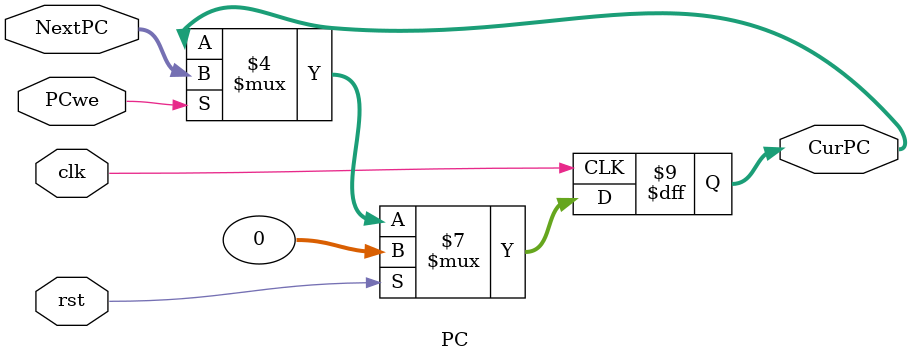
<source format=v>
`timescale 1ns / 1ps


module PC(
       input clk,rst,
       input PCwe,             //PCWrite | (PCWriteCond & zero)
       //input [1:0] PCSrc,             //Êý¾ÝÑ¡ÔñÆ÷ÊäÈë
       input [31:0] NextPC,  //ÐÂÖ¸ÁîµØÖ·
       output reg [31:0] CurPC //µ±Ç°Ö¸ÁîµÄµØÖ·
    );

    initial begin
        CurPC <= 32'b0;
    end

    always@(posedge clk)
    begin
        if(rst)
            begin
                CurPC <= 32'b0;
            end
        else 
            begin
                if(PCwe) // PCwe == 1
                    begin 
                        CurPC <= NextPC;
                    end
                else    // PCwe == 0 PC+4
                    begin
                        CurPC <= CurPC;
                    end
            end
    end
endmodule

</source>
